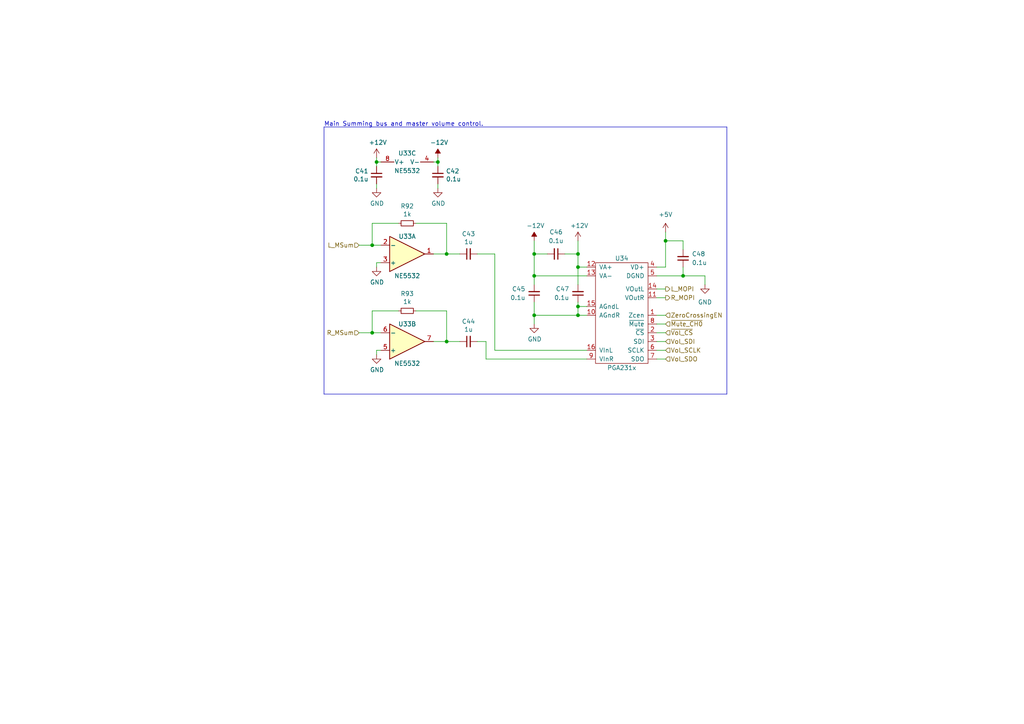
<source format=kicad_sch>
(kicad_sch (version 20230121) (generator eeschema)
  (paper "A4")
  (lib_symbols
    (symbol "Device:C_Small" (pin_numbers hide) (pin_names (offset 0.254) hide)
      (property "Reference" "C" (at 0.254 1.778 0))
      (property "Value" "C_Small" (at 0.254 -2.032 0))
      (symbol "C_Small_0_1"
        (polyline (pts (xy -1.524 -0.508) (xy 1.524 -0.508)) (stroke (width 0.3302)))
        (polyline (pts (xy -1.524 0.508) (xy 1.524 0.508)) (stroke (width 0.3048)))
      )
      (symbol "C_Small_1_1"
        (pin passive line (at 0 2.54 270) (length 2.032) (name "~") (number "1"))
        (pin passive line (at 0 -2.54 90) (length 2.032) (name "~") (number "2"))
      )
    )
    (symbol "Device:R_Small" (pin_numbers hide) (pin_names (offset 0.254) hide)
      (property "Reference" "R" (at 0.762 0.508 0))
      (property "Value" "R_Small" (at 0.762 -1.016 0))
      (symbol "R_Small_0_1"
        (rectangle (start -0.762 1.778) (end 0.762 -1.778) (stroke (width 0.2032)))
      )
      (symbol "R_Small_1_1"
        (pin passive line (at 0 2.54 270) (length 0.762) (name "~") (number "1"))
        (pin passive line (at 0 -2.54 90) (length 0.762) (name "~") (number "2"))
      )
    )
    (symbol "power:+12V" (power) (pin_names (offset 0))
      (property "Value" "+12V" (at 0 3.556 0))
      (symbol "+12V_0_1"
        (polyline (pts (xy -0.762 1.27) (xy 0 2.54)))
        (polyline (pts (xy 0 0) (xy 0 2.54)))
        (polyline (pts (xy 0 2.54) (xy 0.762 1.27)))
      )
      (symbol "+12V_1_1"
        (pin power_in line (at 0 0 90) (length 0) hide (name "+12V") (number "1"))
      )
    )
    (symbol "power:+5V" (power) (pin_names (offset 0))
      (property "Value" "+5V" (at 0 3.556 0))
      (symbol "+5V_0_1"
        (polyline (pts (xy -0.762 1.27) (xy 0 2.54)))
        (polyline (pts (xy 0 0) (xy 0 2.54)))
        (polyline (pts (xy 0 2.54) (xy 0.762 1.27)))
      )
      (symbol "+5V_1_1"
        (pin power_in line (at 0 0 90) (length 0) hide (name "+5V") (number "1"))
      )
    )
    (symbol "power:-12V" (power) (pin_names (offset 0))
      (property "Value" "-12V" (at 0 3.81 0))
      (symbol "-12V_0_0"
        (pin power_in line (at 0 0 90) (length 0) hide (name "-12V") (number "1"))
      )
      (symbol "-12V_0_1"
        (polyline (pts (xy 0 0) (xy 0 1.27) (xy 0.762 1.27) (xy 0 2.54) (xy -0.762 1.27) (xy 0 1.27)) (fill (type outline)))
      )
    )
    (symbol "power:GND" (power) (pin_names (offset 0))
      (property "Value" "GND" (at 0 -3.81 0))
      (symbol "GND_0_1"
        (polyline (pts (xy 0 0) (xy 0 -1.27) (xy 1.27 -1.27) (xy 0 -2.54) (xy -1.27 -1.27) (xy 0 -1.27)))
      )
      (symbol "GND_1_1"
        (pin power_in line (at 0 0 270) (length 0) hide (name "GND") (number "1"))
      )
    )
    (symbol "silver-box-modular:NE5532" (pin_names (offset 0.127))
      (property "Reference" "U3" (at 0 5.08 0))
      (property "Value" "NE5532" (at 0 -6.35 0))
      (symbol "NE5532_1_1"
        (polyline (pts (xy -5.08 5.08) (xy 5.08 0) (xy -5.08 -5.08) (xy -5.08 5.08)) (stroke (width 0.254)) (fill (type background)))
        (pin output line (at 7.62 0 180) (length 2.54) (name "~") (number "1"))
        (pin input line (at -7.62 -2.54 0) (length 2.54) (name "-") (number "2"))
        (pin input line (at -7.62 2.54 0) (length 2.54) (name "+") (number "3"))
      )
      (symbol "NE5532_2_1"
        (polyline (pts (xy -5.08 5.08) (xy 5.08 0) (xy -5.08 -5.08) (xy -5.08 5.08)) (stroke (width 0.254)) (fill (type background)))
        (pin input line (at -7.62 2.54 0) (length 2.54) (name "+") (number "5"))
        (pin input line (at -7.62 -2.54 0) (length 2.54) (name "-") (number "6"))
        (pin output line (at 7.62 0 180) (length 2.54) (name "~") (number "7"))
      )
      (symbol "NE5532_3_1"
        (pin power_in line (at -2.54 -7.62 90) (length 3.81) (name "V-") (number "4"))
        (pin power_in line (at -2.54 7.62 270) (length 3.81) (name "V+") (number "8"))
      )
    )
    (symbol "silver-box-modular:PGA231x" (pin_names (offset 1.016))
      (property "Reference" "U" (at 7.62 1.27 0))
      (property "Value" "PGA231x" (at 7.62 -30.48 0))
      (symbol "PGA231x_0_1"
        (rectangle (start 0 0) (end 15.24 -29.21))
      )
      (symbol "PGA231x_1_1"
        (pin passive line (at 17.78 -15.24 180) (length 2.54) (name "Zcen") (number "1"))
        (pin power_in line (at -2.54 -15.24 0) (length 2.54) (name "AGndR") (number "10"))
        (pin passive line (at 17.78 -10.16 180) (length 2.54) (name "VOutR") (number "11"))
        (pin power_in line (at -2.54 -1.27 0) (length 2.54) (name "VA+") (number "12"))
        (pin power_in line (at -2.54 -3.81 0) (length 2.54) (name "VA-") (number "13"))
        (pin passive line (at 17.78 -7.62 180) (length 2.54) (name "VOutL") (number "14"))
        (pin power_in line (at -2.54 -12.7 0) (length 2.54) (name "AGndL") (number "15"))
        (pin passive line (at -2.54 -25.4 0) (length 2.54) (name "VInL") (number "16"))
        (pin passive line (at 17.78 -20.32 180) (length 2.54) (name "~{CS}") (number "2"))
        (pin passive line (at 17.78 -22.86 180) (length 2.54) (name "SDI") (number "3"))
        (pin power_in line (at 17.78 -1.27 180) (length 2.54) (name "VD+") (number "4"))
        (pin passive line (at 17.78 -3.81 180) (length 2.54) (name "DGND") (number "5"))
        (pin passive line (at 17.78 -25.4 180) (length 2.54) (name "SCLK") (number "6"))
        (pin passive line (at 17.78 -27.94 180) (length 2.54) (name "SDO") (number "7"))
        (pin passive line (at 17.78 -17.78 180) (length 2.54) (name "~{Mute}") (number "8"))
        (pin passive line (at -2.54 -27.94 0) (length 2.54) (name "VInR") (number "9"))
      )
    )
  )
  (junction (at 107.95 71.12) (diameter 0.9144))
  (junction (at 198.12 80.01))
  (junction (at 193.04 69.85))
  (junction (at 167.64 77.47))
  (junction (at 107.95 96.52) (diameter 0.9144))
  (junction (at 167.64 88.9))
  (junction (at 167.64 91.44))
  (junction (at 154.94 80.01))
  (junction (at 129.54 73.66) (diameter 0.9144))
  (junction (at 167.64 73.66))
  (junction (at 129.54 99.06) (diameter 0.9144))
  (junction (at 154.94 91.44))
  (junction (at 127 46.99) (diameter 0.9144))
  (junction (at 109.22 46.99) (diameter 0.9144))
  (junction (at 154.94 73.66))
  (wire (pts (xy 127 45.72) (xy 127 46.99)))
  (wire (pts (xy 107.95 96.52) (xy 110.49 96.52)))
  (wire (pts (xy 154.94 73.66) (xy 154.94 80.01)))
  (wire (pts (xy 198.12 80.01) (xy 204.47 80.01)))
  (wire (pts (xy 129.54 99.06) (xy 133.35 99.06)))
  (wire (pts (xy 167.64 77.47) (xy 167.64 82.55)))
  (wire (pts (xy 190.5 80.01) (xy 198.12 80.01)))
  (wire (pts (xy 167.64 73.66) (xy 167.64 77.47)))
  (wire (pts (xy 190.5 86.36) (xy 193.04 86.36)))
  (wire (pts (xy 170.18 88.9) (xy 167.64 88.9)))
  (wire (pts (xy 104.14 71.12) (xy 107.95 71.12)))
  (wire (pts (xy 170.18 77.47) (xy 167.64 77.47)))
  (wire (pts (xy 120.65 64.77) (xy 129.54 64.77)))
  (wire (pts (xy 154.94 80.01) (xy 170.18 80.01)))
  (wire (pts (xy 107.95 90.17) (xy 115.57 90.17)))
  (wire (pts (xy 167.64 91.44) (xy 170.18 91.44)))
  (wire (pts (xy 190.5 104.14) (xy 193.04 104.14)))
  (wire (pts (xy 154.94 69.85) (xy 154.94 73.66)))
  (wire (pts (xy 127 46.99) (xy 125.73 46.99)))
  (wire (pts (xy 140.97 99.06) (xy 140.97 104.14)))
  (wire (pts (xy 120.65 90.17) (xy 129.54 90.17)))
  (wire (pts (xy 154.94 80.01) (xy 154.94 82.55)))
  (polyline (pts (xy 210.82 114.3) (xy 210.82 36.83)))
  (wire (pts (xy 129.54 73.66) (xy 133.35 73.66)))
  (wire (pts (xy 127 54.61) (xy 127 53.34)))
  (wire (pts (xy 193.04 67.31) (xy 193.04 69.85)))
  (wire (pts (xy 109.22 48.26) (xy 109.22 46.99)))
  (wire (pts (xy 107.95 96.52) (xy 107.95 90.17)))
  (wire (pts (xy 193.04 93.98) (xy 190.5 93.98)))
  (wire (pts (xy 193.04 69.85) (xy 198.12 69.85)))
  (wire (pts (xy 109.22 46.99) (xy 110.49 46.99)))
  (wire (pts (xy 198.12 77.47) (xy 198.12 80.01)))
  (wire (pts (xy 154.94 87.63) (xy 154.94 91.44)))
  (wire (pts (xy 190.5 96.52) (xy 193.04 96.52)))
  (wire (pts (xy 129.54 73.66) (xy 125.73 73.66)))
  (wire (pts (xy 143.51 101.6) (xy 170.18 101.6)))
  (wire (pts (xy 154.94 73.66) (xy 158.75 73.66)))
  (wire (pts (xy 129.54 90.17) (xy 129.54 99.06)))
  (wire (pts (xy 154.94 91.44) (xy 154.94 93.98)))
  (wire (pts (xy 109.22 101.6) (xy 110.49 101.6)))
  (wire (pts (xy 143.51 73.66) (xy 143.51 101.6)))
  (wire (pts (xy 167.64 88.9) (xy 167.64 91.44)))
  (wire (pts (xy 109.22 54.61) (xy 109.22 53.34)))
  (wire (pts (xy 154.94 91.44) (xy 167.64 91.44)))
  (wire (pts (xy 138.43 99.06) (xy 140.97 99.06)))
  (wire (pts (xy 190.5 101.6) (xy 193.04 101.6)))
  (wire (pts (xy 129.54 64.77) (xy 129.54 73.66)))
  (wire (pts (xy 127 48.26) (xy 127 46.99)))
  (wire (pts (xy 109.22 45.72) (xy 109.22 46.99)))
  (wire (pts (xy 190.5 83.82) (xy 193.04 83.82)))
  (polyline (pts (xy 93.98 36.83) (xy 93.98 114.3)))
  (wire (pts (xy 190.5 77.47) (xy 193.04 77.47)))
  (wire (pts (xy 167.64 69.85) (xy 167.64 73.66)))
  (wire (pts (xy 204.47 80.01) (xy 204.47 82.55)))
  (wire (pts (xy 138.43 73.66) (xy 143.51 73.66)))
  (wire (pts (xy 109.22 76.2) (xy 110.49 76.2)))
  (wire (pts (xy 170.18 104.14) (xy 140.97 104.14)))
  (wire (pts (xy 198.12 69.85) (xy 198.12 72.39)))
  (wire (pts (xy 107.95 71.12) (xy 107.95 64.77)))
  (wire (pts (xy 107.95 64.77) (xy 115.57 64.77)))
  (polyline (pts (xy 93.98 36.83) (xy 210.82 36.83)))
  (wire (pts (xy 107.95 71.12) (xy 110.49 71.12)))
  (wire (pts (xy 104.14 96.52) (xy 107.95 96.52)))
  (wire (pts (xy 163.83 73.66) (xy 167.64 73.66)))
  (wire (pts (xy 129.54 99.06) (xy 125.73 99.06)))
  (wire (pts (xy 109.22 102.87) (xy 109.22 101.6)))
  (wire (pts (xy 109.22 77.47) (xy 109.22 76.2)))
  (wire (pts (xy 193.04 69.85) (xy 193.04 77.47)))
  (wire (pts (xy 167.64 87.63) (xy 167.64 88.9)))
  (wire (pts (xy 190.5 91.44) (xy 193.04 91.44)))
  (wire (pts (xy 190.5 99.06) (xy 193.04 99.06)))
  (polyline (pts (xy 93.98 114.3) (xy 210.82 114.3)))
  (text "Main Summing bus and master volume control." (at 93.98 36.83 0) (effects (font (size 1.27 1.27)) (justify left bottom)))
  (hierarchical_label "R_MSum" (shape input) (at 104.14 96.52 180))
  (hierarchical_label "Vol_SCLK" (shape input) (at 193.04 101.6 0))
  (hierarchical_label "Vol_SDI" (shape input) (at 193.04 99.06 0))
  (hierarchical_label "L_MOPI" (shape output) (at 193.04 83.82 0))
  (hierarchical_label "ZeroCrossingEN" (shape input) (at 193.04 91.44 0))
  (hierarchical_label "L_MSum" (shape input) (at 104.14 71.12 180))
  (hierarchical_label "R_MOPI" (shape output) (at 193.04 86.36 0))
  (hierarchical_label "~{Vol_CS}" (shape input) (at 193.04 96.52 0))
  (hierarchical_label "~{Mute_CH0}" (shape input) (at 193.04 93.98 0))
  (hierarchical_label "Vol_SDO" (shape input) (at 193.04 104.14 0))
  (symbol (lib_id "Device:C_Small") (at 154.94 85.09 0) (mirror x) (unit 1)
    (property "Reference" "C45" (at 152.4 83.8135 0) (effects (justify right)))
    (property "Value" "0.1u" (at 152.4 86.3535 0) (effects (justify right)))
    (property "Footprint" "Capacitor_SMD:C_0603_1608Metric_Pad1.08x0.95mm_HandSolder" (effects hide))
    (property "MPN" "C0603C104M5RACTU" (effects hide))
    (property "Manufacturer" "KEMET " (effects hide))
  )
  (symbol (lib_id "Device:C_Small") (at 135.89 73.66 90) (unit 1)
    (property "Reference" "C43" (at 135.89 67.8434 90))
    (property "Value" "1u" (at 135.89 70.1548 90))
    (property "Footprint" "Capacitor_SMD:C_2220_5650Metric_Pad1.97x5.40mm_HandSolder" (effects hide))
    (property "MPN" "GRM55DR72E105KW01L" (effects hide))
    (property "Manufacturer" "Murata" (effects hide))
  )
  (symbol (lib_id "power:+12V") (at 109.22 45.72 0) (unit 1)
    (property "Reference" "#PWR0244" (effects hide))
    (property "Value" "+12V" (at 109.601 41.3258 0))
  )
  (symbol (lib_id "power:+12V") (at 167.64 69.85 0) (unit 1)
    (property "Reference" "#PWR0247" (effects hide))
    (property "Value" "+12V" (at 168.021 65.4558 0))
  )
  (symbol (lib_id "power:-12V") (at 154.94 69.85 0) (unit 1)
    (property "Reference" "#PWR0245" (effects hide))
    (property "Value" "-12V" (at 155.321 65.4558 0))
  )
  (symbol (lib_id "silver-box-modular:NE5532") (at 118.11 49.53 90) (mirror x) (unit 3)
    (property "Reference" "U33" (at 118.11 44.45 90))
    (property "Value" "NE5532" (at 118.11 49.53 90))
    (property "Footprint" "silver-box-feetprints:NE5532 SOIC8" (effects hide))
    (property "Datasheet" "http://www.ti.com/lit/ds/symlink/ne5532.pdf" (effects hide))
    (property "MPN" "NE5532ADR" (effects hide))
    (property "Manufacturer" "TI" (effects hide))
  )
  (symbol (lib_id "Device:C_Small") (at 135.89 99.06 90) (unit 1)
    (property "Reference" "C44" (at 135.89 93.2434 90))
    (property "Value" "1u" (at 135.89 95.5548 90))
    (property "Footprint" "Capacitor_SMD:C_2220_5650Metric_Pad1.97x5.40mm_HandSolder" (effects hide))
    (property "MPN" "GRM55DR72E105KW01L" (effects hide))
    (property "Manufacturer" "Murata" (effects hide))
  )
  (symbol (lib_id "power:GND") (at 204.47 82.55 0) (unit 1)
    (property "Reference" "#PWR0214" (effects hide))
    (property "Value" "GND" (at 204.47 87.63 0))
  )
  (symbol (lib_id "silver-box-modular:NE5532") (at 118.11 73.66 0) (mirror x) (unit 1)
    (property "Reference" "U33" (at 118.11 68.58 0))
    (property "Value" "NE5532" (at 118.11 80.01 0))
    (property "Footprint" "silver-box-feetprints:NE5532 SOIC8" (effects hide))
    (property "Datasheet" "http://www.ti.com/lit/ds/symlink/ne5532.pdf" (effects hide))
    (property "MPN" "NE5532ADR" (effects hide))
    (property "Manufacturer" "TI" (effects hide))
  )
  (symbol (lib_id "Device:R_Small") (at 118.11 90.17 270) (unit 1)
    (property "Reference" "R93" (at 118.11 85.1916 90))
    (property "Value" "1k" (at 118.11 87.503 90))
    (property "Footprint" "Resistor_SMD:R_0603_1608Metric_Pad0.98x0.95mm_HandSolder" (effects hide))
    (property "notes" "Thin Film" (effects hide))
    (property "MPN" "RT0603FRE071KL" (effects hide))
    (property "Manufacturer" "Yageo" (effects hide))
  )
  (symbol (lib_id "Device:C_Small") (at 109.22 50.8 0) (mirror y) (unit 1)
    (property "Reference" "C41" (at 106.8832 49.6316 0) (effects (justify left)))
    (property "Value" "0.1u" (at 106.8832 51.943 0) (effects (justify left)))
    (property "Footprint" "Capacitor_SMD:C_0603_1608Metric_Pad1.08x0.95mm_HandSolder" (effects hide))
    (property "MPN" "C0603C104M5RACTU" (effects hide))
    (property "Manufacturer" "KEMET " (effects hide))
  )
  (symbol (lib_id "power:GND") (at 109.22 77.47 0) (unit 1)
    (property "Reference" "#PWR0215" (effects hide))
    (property "Value" "GND" (at 109.347 81.8642 0))
  )
  (symbol (lib_id "power:GND") (at 127 54.61 0) (unit 1)
    (property "Reference" "#PWR0217" (effects hide))
    (property "Value" "GND" (at 127.127 59.0042 0))
  )
  (symbol (lib_id "power:GND") (at 154.94 93.98 0) (unit 1)
    (property "Reference" "#PWR0216" (effects hide))
    (property "Value" "GND" (at 155.067 98.3742 0))
  )
  (symbol (lib_id "Device:C_Small") (at 167.64 85.09 0) (mirror x) (unit 1)
    (property "Reference" "C47" (at 165.1 83.8135 0) (effects (justify right)))
    (property "Value" "0.1u" (at 165.1 86.3535 0) (effects (justify right)))
    (property "Footprint" "Capacitor_SMD:C_0603_1608Metric_Pad1.08x0.95mm_HandSolder" (effects hide))
    (property "MPN" "C0603C104M5RACTU" (effects hide))
    (property "Manufacturer" "KEMET " (effects hide))
  )
  (symbol (lib_id "Device:C_Small") (at 198.12 74.93 180) (unit 1)
    (property "Reference" "C48" (at 200.66 73.6535 0) (effects (justify right)))
    (property "Value" "0.1u" (at 200.66 76.1935 0) (effects (justify right)))
    (property "Footprint" "Capacitor_SMD:C_0603_1608Metric_Pad1.08x0.95mm_HandSolder" (effects hide))
    (property "MPN" "C0603C104M5RACTU" (effects hide))
    (property "Manufacturer" "KEMET " (effects hide))
  )
  (symbol (lib_id "Device:C_Small") (at 127 50.8 0) (unit 1)
    (property "Reference" "C42" (at 129.3368 49.6316 0) (effects (justify left)))
    (property "Value" "0.1u" (at 129.3368 51.943 0) (effects (justify left)))
    (property "Footprint" "Capacitor_SMD:C_0603_1608Metric_Pad1.08x0.95mm_HandSolder" (effects hide))
    (property "MPN" "C0603C104M5RACTU" (effects hide))
    (property "Manufacturer" "KEMET " (effects hide))
  )
  (symbol (lib_id "power:+5V") (at 193.04 67.31 0) (unit 1)
    (property "Reference" "#PWR0246" (effects hide))
    (property "Value" "+5V" (at 193.04 62.23 0))
  )
  (symbol (lib_id "power:GND") (at 109.22 54.61 0) (unit 1)
    (property "Reference" "#PWR0218" (effects hide))
    (property "Value" "GND" (at 109.347 59.0042 0))
  )
  (symbol (lib_id "silver-box-modular:NE5532") (at 118.11 99.06 0) (mirror x) (unit 2)
    (property "Reference" "U33" (at 118.11 93.98 0))
    (property "Value" "NE5532" (at 118.11 105.41 0))
    (property "Footprint" "silver-box-feetprints:NE5532 SOIC8" (effects hide))
    (property "Datasheet" "http://www.ti.com/lit/ds/symlink/ne5532.pdf" (effects hide))
    (property "MPN" "NE5532ADR" (effects hide))
    (property "Manufacturer" "TI" (effects hide))
  )
  (symbol (lib_id "power:GND") (at 109.22 102.87 0) (unit 1)
    (property "Reference" "#PWR0219" (effects hide))
    (property "Value" "GND" (at 109.347 107.2642 0))
  )
  (symbol (lib_id "silver-box-modular:PGA231x") (at 172.72 76.2 0) (unit 1)
    (property "Reference" "U34" (at 180.34 74.93 0))
    (property "Value" "PGA231x" (at 180.34 106.68 0))
    (property "Footprint" "silver-box-feetprints:PGA231XU" (effects hide))
    (property "MPN" "PGA2310UA/1K" (effects hide))
    (property "Manufacturer" "TI" (effects hide))
  )
  (symbol (lib_id "power:-12V") (at 127 45.72 0) (unit 1)
    (property "Reference" "#PWR0243" (effects hide))
    (property "Value" "-12V" (at 127.381 41.3258 0))
  )
  (symbol (lib_id "Device:C_Small") (at 161.29 73.66 270) (mirror x) (unit 1)
    (property "Reference" "C46" (at 161.2836 67.31 90))
    (property "Value" "0.1u" (at 161.2836 69.85 90))
    (property "Footprint" "Capacitor_SMD:C_0603_1608Metric_Pad1.08x0.95mm_HandSolder" (effects hide))
    (property "MPN" "C0603C104M5RACTU" (effects hide))
    (property "Manufacturer" "KEMET " (effects hide))
  )
  (symbol (lib_id "Device:R_Small") (at 118.11 64.77 270) (unit 1)
    (property "Reference" "R92" (at 118.11 59.7916 90))
    (property "Value" "1k" (at 118.11 62.103 90))
    (property "Footprint" "Resistor_SMD:R_0603_1608Metric_Pad0.98x0.95mm_HandSolder" (effects hide))
    (property "notes" "Thin Film" (effects hide))
    (property "MPN" "RT0603FRE071KL" (effects hide))
    (property "Manufacturer" "Yageo" (effects hide))
  )
)
</source>
